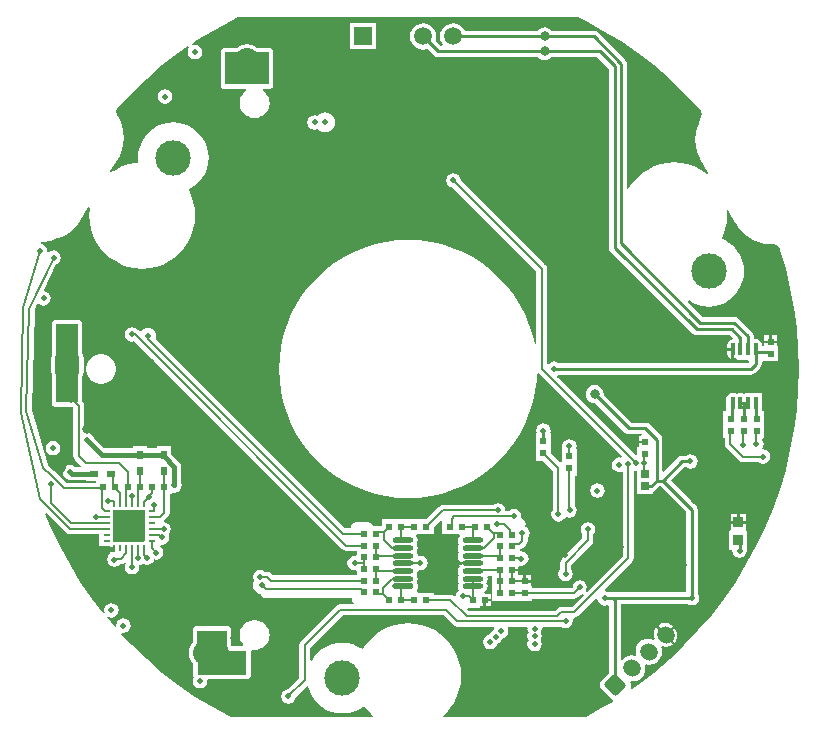
<source format=gbl>
G04*
G04 #@! TF.GenerationSoftware,Altium Limited,Altium Designer,19.1.5 (86)*
G04*
G04 Layer_Physical_Order=4*
G04 Layer_Color=16711680*
%FSLAX25Y25*%
%MOIN*%
G70*
G01*
G75*
%ADD10C,0.01000*%
%ADD22R,0.02200X0.02200*%
%ADD24R,0.02200X0.02200*%
%ADD26R,0.03000X0.02000*%
%ADD27R,0.02000X0.03000*%
%ADD85C,0.00700*%
%ADD86C,0.00800*%
%ADD90C,0.01500*%
%ADD127C,0.05906*%
%ADD128R,0.05906X0.05906*%
G04:AMPARAMS|DCode=129|XSize=55mil|YSize=60mil|CornerRadius=0mil|HoleSize=0mil|Usage=FLASHONLY|Rotation=45.000|XOffset=0mil|YOffset=0mil|HoleType=Round|Shape=Round|*
%AMOVALD129*
21,1,0.00500,0.05500,0.00000,0.00000,135.0*
1,1,0.05500,0.00177,-0.00177*
1,1,0.05500,-0.00177,0.00177*
%
%ADD129OVALD129*%

G04:AMPARAMS|DCode=130|XSize=55mil|YSize=60mil|CornerRadius=6.88mil|HoleSize=0mil|Usage=FLASHONLY|Rotation=45.000|XOffset=0mil|YOffset=0mil|HoleType=Round|Shape=RoundedRectangle|*
%AMROUNDEDRECTD130*
21,1,0.05500,0.04625,0,0,45.0*
21,1,0.04125,0.06000,0,0,45.0*
1,1,0.01375,0.03094,-0.00177*
1,1,0.01375,0.00177,-0.03094*
1,1,0.01375,-0.03094,0.00177*
1,1,0.01375,-0.00177,0.03094*
%
%ADD130ROUNDEDRECTD130*%
%ADD131C,0.11811*%
%ADD132C,0.01968*%
%ADD133C,0.03150*%
%ADD134R,0.09252X0.11700*%
%ADD135R,0.03200X0.03500*%
%ADD136O,0.12000X0.08000*%
%ADD137O,0.08000X0.12000*%
%ADD138R,0.02362X0.00984*%
%ADD139R,0.00984X0.02362*%
%ADD140O,0.00984X0.02362*%
%ADD141R,0.01600X0.04331*%
%ADD142O,0.01600X0.04331*%
%ADD143O,0.07000X0.01900*%
G04:AMPARAMS|DCode=144|XSize=19mil|YSize=70mil|CornerRadius=4.75mil|HoleSize=0mil|Usage=FLASHONLY|Rotation=90.000|XOffset=0mil|YOffset=0mil|HoleType=Round|Shape=RoundedRectangle|*
%AMROUNDEDRECTD144*
21,1,0.01900,0.06050,0,0,90.0*
21,1,0.00950,0.07000,0,0,90.0*
1,1,0.00950,0.03025,0.00475*
1,1,0.00950,0.03025,-0.00475*
1,1,0.00950,-0.03025,-0.00475*
1,1,0.00950,-0.03025,0.00475*
%
%ADD144ROUNDEDRECTD144*%
%ADD145R,0.02500X0.02500*%
%ADD146R,0.09842X0.09097*%
%ADD147R,0.16498X0.08109*%
%ADD148R,0.07235X0.26374*%
%ADD149R,0.14597X0.11007*%
G36*
X59125Y116040D02*
X65117Y112786D01*
X70931Y109224D01*
X76550Y105362D01*
X81959Y101211D01*
X87144Y96783D01*
X92090Y92090D01*
X96783Y87144D01*
X97225Y86627D01*
Y86627D01*
X97220Y86622D01*
X97640Y85992D01*
X97814Y85119D01*
X97673Y84411D01*
X97673Y84411D01*
X97673Y84411D01*
X97673Y84410D01*
X96462Y80753D01*
X96459Y80755D01*
X96429Y80682D01*
X96332Y80281D01*
X95934Y78622D01*
X95768Y76510D01*
X95934Y74398D01*
X96429Y72337D01*
X97240Y70380D01*
X97410Y70101D01*
X97429Y70040D01*
X99981Y65371D01*
X99590Y65058D01*
X99415Y65212D01*
X97491Y66498D01*
X95416Y67521D01*
X93226Y68264D01*
X90957Y68716D01*
X88648Y68867D01*
X86340Y68716D01*
X84071Y68264D01*
X81880Y67521D01*
X79805Y66498D01*
X77882Y65212D01*
X76142Y63687D01*
X74617Y61948D01*
X73437Y60182D01*
X72937Y60334D01*
Y101700D01*
X72790Y102441D01*
X72370Y103070D01*
X63170Y112270D01*
X62541Y112690D01*
X61800Y112837D01*
X47763D01*
X47622Y113022D01*
X47000Y113498D01*
X46277Y113798D01*
X45500Y113900D01*
X44723Y113798D01*
X44000Y113498D01*
X43378Y113022D01*
X43237Y112837D01*
X18909D01*
X18802Y113095D01*
X18104Y114004D01*
X17195Y114702D01*
X16136Y115141D01*
X15000Y115290D01*
X13864Y115141D01*
X12805Y114702D01*
X11896Y114004D01*
X11198Y113095D01*
X10759Y112036D01*
X10610Y110900D01*
X10759Y109764D01*
X11198Y108705D01*
X11519Y108286D01*
X11298Y107837D01*
X10802D01*
X9134Y109506D01*
X9241Y109764D01*
X9390Y110900D01*
X9241Y112036D01*
X8802Y113095D01*
X8104Y114004D01*
X7195Y114702D01*
X6136Y115141D01*
X5000Y115290D01*
X3864Y115141D01*
X2805Y114702D01*
X1896Y114004D01*
X1198Y113095D01*
X759Y112036D01*
X610Y110900D01*
X759Y109764D01*
X1198Y108705D01*
X1896Y107796D01*
X2805Y107098D01*
X3864Y106659D01*
X5000Y106510D01*
X6136Y106659D01*
X6394Y106766D01*
X8630Y104530D01*
X9259Y104110D01*
X10000Y103963D01*
X43237D01*
X43378Y103778D01*
X44000Y103302D01*
X44723Y103002D01*
X45500Y102900D01*
X46277Y103002D01*
X47000Y103302D01*
X47622Y103778D01*
X47763Y103963D01*
X63098D01*
X66963Y100098D01*
Y40500D01*
X67110Y39759D01*
X67530Y39130D01*
X94830Y11830D01*
X95459Y11410D01*
X96200Y11263D01*
X107098D01*
X108147Y10213D01*
X107962Y9691D01*
X107480Y9596D01*
X106884Y9198D01*
X106486Y8602D01*
X106347Y7900D01*
Y6935D01*
X108182D01*
Y6535D01*
X108498D01*
Y5169D01*
X108582Y4746D01*
Y3414D01*
X108884Y3474D01*
X109072Y3599D01*
X109155Y3583D01*
X109882Y3097D01*
X110741Y2926D01*
X111599Y3097D01*
X112021Y3378D01*
X112442Y3097D01*
X113300Y2926D01*
X113679Y2495D01*
X113686Y2418D01*
X113328Y2037D01*
X49992D01*
X49530Y2346D01*
X48600Y2531D01*
X47670Y2346D01*
X46881Y1819D01*
X46784Y1674D01*
X46284Y1826D01*
Y33500D01*
X46284Y33500D01*
X46148Y34183D01*
X45762Y34762D01*
X17508Y63015D01*
X17346Y63830D01*
X16819Y64619D01*
X16030Y65146D01*
X15100Y65331D01*
X14170Y65146D01*
X13381Y64619D01*
X12854Y63830D01*
X12669Y62900D01*
X12854Y61970D01*
X13381Y61181D01*
X14170Y60654D01*
X14985Y60492D01*
X42716Y32761D01*
Y8249D01*
X42216Y8194D01*
X41563Y11137D01*
X40435Y14717D01*
X38998Y18185D01*
X37265Y21515D01*
X35248Y24681D01*
X32963Y27659D01*
X30426Y30426D01*
X27659Y32963D01*
X24681Y35248D01*
X21515Y37265D01*
X18185Y38998D01*
X14717Y40435D01*
X11137Y41563D01*
X7472Y42376D01*
X3750Y42866D01*
X0Y43029D01*
X-3750Y42866D01*
X-7472Y42376D01*
X-11137Y41563D01*
X-14717Y40435D01*
X-18185Y38998D01*
X-21515Y37265D01*
X-24681Y35248D01*
X-27659Y32963D01*
X-30426Y30426D01*
X-32963Y27659D01*
X-35248Y24681D01*
X-37265Y21515D01*
X-38998Y18185D01*
X-40435Y14717D01*
X-41563Y11137D01*
X-42376Y7472D01*
X-42866Y3750D01*
X-43029Y0D01*
X-42866Y-3750D01*
X-42376Y-7472D01*
X-41563Y-11137D01*
X-40435Y-14717D01*
X-38998Y-18185D01*
X-37265Y-21515D01*
X-35248Y-24681D01*
X-32963Y-27659D01*
X-30426Y-30426D01*
X-27659Y-32963D01*
X-24681Y-35248D01*
X-21515Y-37265D01*
X-18185Y-38998D01*
X-14717Y-40435D01*
X-11137Y-41563D01*
X-7472Y-42376D01*
X-3750Y-42866D01*
X0Y-43029D01*
X3750Y-42866D01*
X7472Y-42376D01*
X11137Y-41563D01*
X14717Y-40435D01*
X18185Y-38998D01*
X21515Y-37265D01*
X24681Y-35248D01*
X27659Y-32963D01*
X30426Y-30426D01*
X32963Y-27659D01*
X35248Y-24681D01*
X37265Y-21515D01*
X38998Y-18185D01*
X40435Y-14717D01*
X41563Y-11137D01*
X42376Y-7472D01*
X42866Y-3750D01*
X42960Y-1591D01*
X43469Y-1393D01*
X71219Y-29142D01*
X70972Y-29603D01*
X70300Y-29469D01*
X69370Y-29654D01*
X68581Y-30181D01*
X68054Y-30970D01*
X67869Y-31900D01*
X68054Y-32830D01*
X68581Y-33619D01*
X69370Y-34146D01*
X70300Y-34331D01*
X71116Y-34169D01*
X71616Y-34444D01*
Y-62370D01*
X59627Y-74359D01*
X59239Y-74040D01*
X59446Y-73730D01*
X59631Y-72800D01*
X59446Y-71870D01*
X58919Y-71081D01*
X58130Y-70554D01*
X57200Y-70369D01*
X56270Y-70554D01*
X55481Y-71081D01*
X54954Y-71870D01*
X54810Y-72595D01*
X54540Y-72865D01*
X41309D01*
Y-72300D01*
X40909D01*
Y-71200D01*
X38809D01*
Y-70800D01*
X38409D01*
Y-68700D01*
X36709D01*
Y-67300D01*
X34609D01*
Y-66500D01*
X36709D01*
Y-65818D01*
X37209Y-65531D01*
X37709Y-65631D01*
X38640Y-65446D01*
X39428Y-64919D01*
X39955Y-64130D01*
X40140Y-63200D01*
X39955Y-62270D01*
X39428Y-61481D01*
X38640Y-60954D01*
X37709Y-60769D01*
X37696Y-60772D01*
X37288Y-60395D01*
X37343Y-60082D01*
X37745Y-60002D01*
X38323Y-59616D01*
X39362Y-58577D01*
X39362Y-58577D01*
X39748Y-57999D01*
X39884Y-57316D01*
Y-56421D01*
X40346Y-55730D01*
X40531Y-54800D01*
X40346Y-53870D01*
X39819Y-53081D01*
X39320Y-52747D01*
X38990Y-52341D01*
X39137Y-51600D01*
X38990Y-50859D01*
X38570Y-50230D01*
X37941Y-49810D01*
X37931Y-49808D01*
X37653Y-49392D01*
X37731Y-49000D01*
X37546Y-48070D01*
X37019Y-47281D01*
X36230Y-46754D01*
X35300Y-46569D01*
X34370Y-46754D01*
X33610Y-47262D01*
X32564D01*
X32431Y-47100D01*
X32246Y-46170D01*
X31719Y-45381D01*
X30930Y-44854D01*
X30000Y-44669D01*
X29070Y-44854D01*
X28379Y-45316D01*
X11609D01*
X10927Y-45452D01*
X10348Y-45838D01*
X10348Y-45838D01*
X6086Y-50100D01*
X-8791D01*
Y-52450D01*
X-11705D01*
X-11751Y-52217D01*
X-12138Y-51638D01*
X-12717Y-51252D01*
X-13400Y-51116D01*
X-17300D01*
X-17983Y-51252D01*
X-18562Y-51638D01*
X-18948Y-52217D01*
X-19084Y-52900D01*
X-19177Y-53013D01*
X-20885D01*
X-84032Y10134D01*
X-84023Y10156D01*
X-83925Y10900D01*
X-84023Y11644D01*
X-84311Y12337D01*
X-84767Y12933D01*
X-85363Y13389D01*
X-86056Y13677D01*
X-86800Y13775D01*
X-87544Y13677D01*
X-88237Y13389D01*
X-88833Y12933D01*
X-88993Y12724D01*
X-89657Y12680D01*
X-89838Y12862D01*
X-90086Y13027D01*
X-90281Y13319D01*
X-91070Y13846D01*
X-92000Y14031D01*
X-92930Y13846D01*
X-93719Y13319D01*
X-94246Y12530D01*
X-94431Y11600D01*
X-94246Y10670D01*
X-93719Y9881D01*
X-92930Y9354D01*
X-92000Y9169D01*
X-91326Y9303D01*
X-21939Y-60084D01*
X-21939Y-60084D01*
X-21360Y-60471D01*
X-20677Y-60607D01*
X-20677Y-60607D01*
X-17191D01*
Y-61896D01*
X-17577Y-62213D01*
X-17800Y-62169D01*
X-18730Y-62354D01*
X-19519Y-62881D01*
X-20046Y-63670D01*
X-20231Y-64600D01*
X-20046Y-65530D01*
X-19519Y-66319D01*
X-18730Y-66846D01*
X-17800Y-67031D01*
X-17577Y-66987D01*
X-17191Y-67304D01*
Y-68816D01*
X-45023D01*
X-45801Y-68038D01*
X-46380Y-67651D01*
X-47063Y-67516D01*
X-47679D01*
X-48370Y-67054D01*
X-49300Y-66869D01*
X-50230Y-67054D01*
X-51019Y-67581D01*
X-51546Y-68370D01*
X-51731Y-69300D01*
X-51546Y-70230D01*
X-51272Y-70640D01*
X-51289Y-70663D01*
X-51577Y-71356D01*
X-51675Y-72100D01*
X-51577Y-72844D01*
X-51289Y-73537D01*
X-50833Y-74133D01*
X-50237Y-74590D01*
X-49544Y-74877D01*
X-49132Y-74931D01*
X-49042Y-75383D01*
X-48655Y-75962D01*
X-48076Y-76349D01*
X-47394Y-76484D01*
X-18784D01*
Y-76500D01*
X-18649Y-77183D01*
X-18262Y-77762D01*
X-18107Y-77865D01*
X-18259Y-78365D01*
X-22600D01*
X-23302Y-78504D01*
X-23898Y-78902D01*
X-35786Y-90790D01*
X-36184Y-91386D01*
X-36323Y-92088D01*
Y-102928D01*
X-40105Y-106710D01*
X-40830Y-106854D01*
X-41619Y-107381D01*
X-42146Y-108170D01*
X-42331Y-109100D01*
X-42146Y-110030D01*
X-41619Y-110819D01*
X-40830Y-111346D01*
X-39900Y-111531D01*
X-38970Y-111346D01*
X-38181Y-110819D01*
X-37654Y-110030D01*
X-37510Y-109305D01*
X-33801Y-105596D01*
X-33320Y-105732D01*
X-33099Y-106653D01*
X-32391Y-108361D01*
X-31425Y-109937D01*
X-30225Y-111343D01*
X-28820Y-112543D01*
X-27244Y-113509D01*
X-25536Y-114216D01*
X-23739Y-114647D01*
X-21896Y-114792D01*
X-20054Y-114647D01*
X-18256Y-114216D01*
X-16549Y-113509D01*
X-14973Y-112543D01*
X-14909Y-112488D01*
X-14413Y-112557D01*
X-14031Y-113129D01*
X-12506Y-114868D01*
X-11722Y-115556D01*
Y-116148D01*
X-58897D01*
X-59125Y-116040D01*
X-65117Y-112786D01*
X-70931Y-109224D01*
X-76550Y-105362D01*
X-81959Y-101211D01*
X-87144Y-96783D01*
X-92090Y-92090D01*
X-95704Y-88281D01*
X-95451Y-87821D01*
X-94900Y-87931D01*
X-93970Y-87746D01*
X-93181Y-87219D01*
X-92654Y-86430D01*
X-92469Y-85500D01*
X-92654Y-84570D01*
X-93181Y-83781D01*
X-93970Y-83254D01*
X-94900Y-83069D01*
X-95830Y-83254D01*
X-96619Y-83781D01*
X-97146Y-84570D01*
X-97331Y-85500D01*
X-97271Y-85803D01*
X-97736Y-86028D01*
X-100484Y-82810D01*
X-100149Y-82433D01*
X-99830Y-82646D01*
X-98900Y-82831D01*
X-97970Y-82646D01*
X-97181Y-82119D01*
X-96654Y-81330D01*
X-96469Y-80400D01*
X-96654Y-79470D01*
X-97181Y-78681D01*
X-97970Y-78154D01*
X-98900Y-77969D01*
X-99830Y-78154D01*
X-100619Y-78681D01*
X-101146Y-79470D01*
X-101331Y-80400D01*
X-101175Y-81185D01*
X-101642Y-81397D01*
X-105362Y-76550D01*
X-109224Y-70931D01*
X-112786Y-65117D01*
X-116040Y-59125D01*
X-118975Y-52971D01*
X-120905Y-48312D01*
X-120489Y-48034D01*
X-113977Y-54546D01*
X-113977Y-54546D01*
X-113399Y-54933D01*
X-112716Y-55068D01*
X-103061D01*
Y-59113D01*
X-99413D01*
Y-59380D01*
X-97921D01*
Y-60180D01*
X-99413D01*
Y-61644D01*
X-99619Y-61781D01*
X-100146Y-62570D01*
X-100331Y-63500D01*
X-100146Y-64430D01*
X-99619Y-65219D01*
X-98830Y-65746D01*
X-97900Y-65931D01*
X-96970Y-65746D01*
X-96181Y-65219D01*
X-96114Y-65119D01*
X-95866D01*
X-95183Y-64983D01*
X-94604Y-64597D01*
X-94432Y-64425D01*
X-94044Y-64743D01*
X-94262Y-65070D01*
X-94447Y-66000D01*
X-94262Y-66930D01*
X-93735Y-67719D01*
X-92946Y-68246D01*
X-92016Y-68431D01*
X-91085Y-68246D01*
X-90297Y-67719D01*
X-89770Y-66930D01*
X-89585Y-66000D01*
X-89690Y-65469D01*
X-89070Y-65346D01*
X-88400Y-64899D01*
X-88030Y-65146D01*
X-87100Y-65331D01*
X-86170Y-65146D01*
X-85381Y-64619D01*
X-84854Y-63830D01*
X-84777Y-63440D01*
X-83989Y-63597D01*
X-83058Y-63412D01*
X-82270Y-62885D01*
X-81743Y-62097D01*
X-81558Y-61166D01*
X-81743Y-60236D01*
X-82270Y-59447D01*
X-82691Y-59166D01*
X-82701Y-58897D01*
X-82238Y-58504D01*
X-82100Y-58531D01*
X-81170Y-58346D01*
X-80381Y-57819D01*
X-79854Y-57030D01*
X-79669Y-56100D01*
X-79854Y-55170D01*
X-79855Y-55168D01*
X-79781Y-55119D01*
X-79254Y-54330D01*
X-79069Y-53400D01*
X-79254Y-52470D01*
X-79781Y-51681D01*
X-80570Y-51154D01*
X-81235Y-51022D01*
X-81299Y-50928D01*
X-81387Y-50482D01*
X-80038Y-49133D01*
X-80038Y-49133D01*
X-79651Y-48554D01*
X-79516Y-47871D01*
Y-41800D01*
X-78800D01*
Y-41446D01*
X-78413Y-41129D01*
X-77900Y-41231D01*
X-76970Y-41046D01*
X-76181Y-40519D01*
X-75654Y-39730D01*
X-75469Y-38800D01*
X-75654Y-37870D01*
X-75708Y-37789D01*
Y-32500D01*
X-75875Y-31661D01*
X-76350Y-30950D01*
X-79000Y-28300D01*
Y-25600D01*
X-83800D01*
Y-26308D01*
X-87000D01*
Y-25600D01*
X-91800D01*
Y-26308D01*
X-101292D01*
X-104735Y-22865D01*
X-104754Y-22770D01*
X-105281Y-21981D01*
X-106070Y-21454D01*
X-107000Y-21269D01*
X-107562Y-21381D01*
X-108062Y-20987D01*
Y-12154D01*
X-108198Y-11471D01*
X-108585Y-10892D01*
X-108585Y-10892D01*
X-108638Y-10839D01*
Y-2831D01*
X-108339Y-2110D01*
X-108153Y-700D01*
Y3300D01*
X-108339Y4710D01*
X-108638Y5431D01*
Y15074D01*
X-108746Y15620D01*
X-109056Y16083D01*
X-109519Y16392D01*
X-110065Y16501D01*
X-117300D01*
X-117846Y16392D01*
X-118309Y16083D01*
X-118619Y15620D01*
X-118727Y15074D01*
Y5032D01*
X-118861Y4710D01*
X-119047Y3300D01*
Y-700D01*
X-118861Y-2110D01*
X-118727Y-2432D01*
Y-11300D01*
X-118619Y-11846D01*
X-118309Y-12309D01*
X-117846Y-12619D01*
X-117300Y-12727D01*
X-111796D01*
X-111631Y-12893D01*
Y-28954D01*
X-111495Y-29636D01*
X-111108Y-30215D01*
X-109157Y-32166D01*
X-109364Y-32666D01*
X-110976D01*
X-110997Y-32635D01*
X-111785Y-32108D01*
X-112716Y-31923D01*
X-113646Y-32108D01*
X-114435Y-32635D01*
X-114962Y-33423D01*
X-115147Y-34354D01*
X-114962Y-35284D01*
X-114435Y-36073D01*
X-113646Y-36599D01*
X-113222Y-36684D01*
X-112923Y-36884D01*
X-112084Y-37051D01*
X-107457D01*
Y-37258D01*
X-104100D01*
Y-37916D01*
X-113961D01*
X-117838Y-34038D01*
X-117870Y-34017D01*
X-117892Y-33987D01*
X-120031Y-32019D01*
X-125508Y-13665D01*
X-124528Y19574D01*
X-123574Y21587D01*
X-122966Y21703D01*
X-122413Y21334D01*
X-121482Y21149D01*
X-120552Y21334D01*
X-119763Y21861D01*
X-119236Y22649D01*
X-119051Y23580D01*
X-119236Y24510D01*
X-119763Y25299D01*
X-120552Y25826D01*
X-121080Y25931D01*
X-121305Y26377D01*
X-117292Y34850D01*
X-117270Y34854D01*
X-116481Y35381D01*
X-115954Y36170D01*
X-115769Y37100D01*
X-115954Y38030D01*
X-116481Y38819D01*
X-117270Y39346D01*
X-118200Y39531D01*
X-119130Y39346D01*
X-119845Y38868D01*
X-120125Y38978D01*
X-120306Y39116D01*
X-120269Y39300D01*
X-120454Y40230D01*
X-120981Y41019D01*
X-121770Y41546D01*
X-122376Y41666D01*
X-122481Y42197D01*
X-122411Y42244D01*
X-121935Y42365D01*
D01*
X-121456Y42482D01*
X-118165Y43162D01*
X-118022Y43222D01*
X-116722Y43534D01*
X-114765Y44345D01*
X-112958Y45452D01*
X-111347Y46828D01*
X-109971Y48439D01*
X-109485Y49233D01*
X-109371Y49356D01*
X-106603Y53900D01*
X-106137Y53719D01*
X-106183Y53490D01*
X-106334Y51181D01*
X-106183Y48873D01*
X-105731Y46604D01*
X-104988Y44413D01*
X-103965Y42338D01*
X-102679Y40415D01*
X-101154Y38675D01*
X-99415Y37150D01*
X-97491Y35865D01*
X-95416Y34841D01*
X-93226Y34098D01*
X-90957Y33647D01*
X-88648Y33495D01*
X-86340Y33647D01*
X-84071Y34098D01*
X-81880Y34841D01*
X-79805Y35865D01*
X-77882Y37150D01*
X-76142Y38675D01*
X-74617Y40415D01*
X-73332Y42338D01*
X-72309Y44413D01*
X-71565Y46604D01*
X-71114Y48873D01*
X-70962Y51181D01*
X-71114Y53490D01*
X-71565Y55759D01*
X-72309Y57949D01*
X-73086Y59525D01*
X-72917Y59974D01*
X-71341Y60940D01*
X-69935Y62141D01*
X-68735Y63546D01*
X-67769Y65122D01*
X-67062Y66830D01*
X-66630Y68627D01*
X-66485Y70469D01*
X-66630Y72312D01*
X-67062Y74109D01*
X-67769Y75817D01*
X-68735Y77393D01*
X-69935Y78798D01*
X-71341Y79999D01*
X-72917Y80964D01*
X-74624Y81672D01*
X-76422Y82103D01*
X-78264Y82248D01*
X-80107Y82103D01*
X-81904Y81672D01*
X-83612Y80964D01*
X-85188Y79999D01*
X-86593Y78798D01*
X-87794Y77393D01*
X-88759Y75817D01*
X-89467Y74109D01*
X-89898Y72312D01*
X-90043Y70469D01*
X-89938Y69139D01*
X-90266Y68761D01*
X-90957Y68716D01*
X-93226Y68264D01*
X-95416Y67521D01*
X-97491Y66497D01*
X-98929Y65537D01*
X-99299Y65891D01*
X-96704Y70150D01*
X-96648Y70303D01*
X-96197Y71040D01*
X-95386Y72997D01*
X-94891Y75058D01*
X-94725Y77170D01*
X-94891Y79282D01*
X-95386Y81342D01*
X-96197Y83300D01*
X-96502Y83798D01*
X-96542Y83917D01*
X-96688Y84170D01*
X-96927Y84609D01*
X-97131Y85048D01*
X-97267Y85730D01*
X-97093Y86603D01*
X-96664Y87245D01*
X-96332Y87619D01*
X-92090Y92090D01*
X-87144Y96783D01*
X-81959Y101211D01*
X-76550Y105362D01*
X-73304Y107592D01*
X-72942Y107235D01*
X-73346Y106630D01*
X-73531Y105700D01*
X-73346Y104770D01*
X-72819Y103981D01*
X-72030Y103454D01*
X-71100Y103269D01*
X-70170Y103454D01*
X-69381Y103981D01*
X-68854Y104770D01*
X-68669Y105700D01*
X-68854Y106630D01*
X-69381Y107419D01*
X-70170Y107946D01*
X-71100Y108131D01*
X-71857Y107980D01*
X-72056Y108451D01*
X-70931Y109224D01*
X-65117Y112786D01*
X-59125Y116040D01*
X-56660Y117215D01*
X56660D01*
X59125Y116040D01*
D02*
G37*
G36*
X109104Y48673D02*
X109173Y48591D01*
X110021Y47206D01*
X111397Y45595D01*
X113008Y44219D01*
X114815Y43112D01*
X116772Y42301D01*
X118833Y41807D01*
X120945Y41640D01*
Y41640D01*
X121253Y41688D01*
X121737Y41650D01*
X121737D01*
X122207Y41582D01*
X122610Y41502D01*
X123350Y41008D01*
X123844Y40268D01*
X123880Y40088D01*
X124046Y39617D01*
X125797Y33707D01*
X127389Y27077D01*
X128631Y20373D01*
X129521Y13613D01*
X130056Y6816D01*
X130234Y0D01*
X130056Y-6816D01*
X129521Y-13613D01*
X128631Y-20373D01*
X127389Y-27077D01*
X125797Y-33707D01*
X123860Y-40245D01*
X121584Y-46672D01*
X118975Y-52971D01*
X116040Y-59125D01*
X112786Y-65117D01*
X109224Y-70931D01*
X105362Y-76550D01*
X101211Y-81959D01*
X96783Y-87144D01*
X92090Y-92090D01*
X87144Y-96783D01*
X81959Y-101211D01*
X76550Y-105362D01*
X74463Y-106796D01*
X74101Y-106438D01*
X74172Y-106332D01*
X74334Y-105518D01*
X74172Y-104703D01*
X74059Y-104535D01*
X74349Y-104069D01*
X74856Y-104136D01*
X75940Y-103993D01*
X76949Y-103575D01*
X77816Y-102910D01*
X78481Y-102043D01*
X78899Y-101033D01*
X79042Y-99950D01*
X78899Y-98867D01*
X78838Y-98717D01*
X79191Y-98364D01*
X79341Y-98426D01*
X80424Y-98568D01*
X81507Y-98426D01*
X82517Y-98007D01*
X83384Y-97342D01*
X84049Y-96475D01*
X84467Y-95466D01*
X84610Y-94382D01*
X84467Y-93299D01*
X84209Y-92676D01*
X84592Y-92294D01*
X85013Y-92468D01*
X85992Y-92597D01*
X86971Y-92468D01*
X87883Y-92090D01*
X88346Y-91735D01*
X85532Y-88921D01*
X82718Y-86106D01*
X82363Y-86570D01*
X81985Y-87482D01*
X81856Y-88461D01*
X81985Y-89440D01*
X82159Y-89861D01*
X81776Y-90243D01*
X81154Y-89986D01*
X80071Y-89843D01*
X78987Y-89986D01*
X77978Y-90404D01*
X77111Y-91069D01*
X76446Y-91936D01*
X76027Y-92945D01*
X75885Y-94029D01*
X76027Y-95112D01*
X76089Y-95262D01*
X75736Y-95615D01*
X75586Y-95553D01*
X74503Y-95411D01*
X73419Y-95553D01*
X72410Y-95972D01*
X71543Y-96637D01*
X71372Y-96859D01*
X70872Y-96689D01*
Y-78292D01*
X93290D01*
X93670Y-78546D01*
X94600Y-78731D01*
X95530Y-78546D01*
X96319Y-78019D01*
X96846Y-77230D01*
X97031Y-76300D01*
X96846Y-75370D01*
X96537Y-74908D01*
Y-46833D01*
X96390Y-46092D01*
X95970Y-45463D01*
X87674Y-37168D01*
X92105Y-32737D01*
X92708D01*
X93170Y-33046D01*
X94100Y-33231D01*
X95030Y-33046D01*
X95819Y-32519D01*
X96346Y-31730D01*
X96531Y-30800D01*
X96346Y-29870D01*
X95819Y-29081D01*
X95030Y-28554D01*
X94100Y-28369D01*
X93170Y-28554D01*
X92708Y-28863D01*
X91302D01*
X90561Y-29010D01*
X89933Y-29430D01*
X85206Y-34157D01*
X84743Y-33966D01*
Y-23487D01*
X84596Y-22745D01*
X84176Y-22117D01*
X80479Y-18420D01*
X79851Y-18000D01*
X79110Y-17853D01*
X74480D01*
X65190Y-8562D01*
X65220Y-8331D01*
X65118Y-7555D01*
X64818Y-6831D01*
X64341Y-6210D01*
X63720Y-5733D01*
X62996Y-5433D01*
X62220Y-5331D01*
X61443Y-5433D01*
X60720Y-5733D01*
X60098Y-6210D01*
X59621Y-6831D01*
X59321Y-7555D01*
X59219Y-8331D01*
X59321Y-9108D01*
X59621Y-9832D01*
X60098Y-10453D01*
X60720Y-10930D01*
X61443Y-11230D01*
X62220Y-11332D01*
X62450Y-11302D01*
X72308Y-21160D01*
X72937Y-21579D01*
X73678Y-21727D01*
X77923D01*
X77972Y-21800D01*
X77704Y-22300D01*
X76800D01*
Y-24000D01*
X78900D01*
Y-24800D01*
X76800D01*
Y-25900D01*
X76400D01*
Y-28570D01*
X75900Y-28777D01*
X49705Y-2582D01*
X49798Y-1967D01*
X49992Y-1837D01*
X114200D01*
X114941Y-1690D01*
X115570Y-1270D01*
X117270Y430D01*
X117690Y1059D01*
X117837Y1800D01*
Y2510D01*
X118300Y2600D01*
Y2600D01*
X123300D01*
Y7600D01*
X122900D01*
Y8700D01*
X120800D01*
X118700D01*
Y7637D01*
X118102D01*
Y7900D01*
X117931Y8758D01*
X117445Y9486D01*
X116718Y9972D01*
X115859Y10143D01*
X115624Y10096D01*
X115237Y10413D01*
Y10900D01*
X115090Y11641D01*
X114670Y12270D01*
X110070Y16870D01*
X109441Y17290D01*
X108700Y17437D01*
X98202D01*
X93170Y22469D01*
X93482Y22865D01*
X94813Y22049D01*
X96521Y21342D01*
X98318Y20910D01*
X100161Y20765D01*
X102003Y20910D01*
X103800Y21342D01*
X105508Y22049D01*
X107084Y23015D01*
X108489Y24215D01*
X109690Y25621D01*
X110655Y27197D01*
X111363Y28904D01*
X111794Y30702D01*
X111939Y32544D01*
X111794Y34387D01*
X111363Y36184D01*
X110655Y37892D01*
X109690Y39467D01*
X108489Y40873D01*
X107084Y42073D01*
X105508Y43039D01*
X104851Y43311D01*
X104675Y43779D01*
X104988Y44413D01*
X105731Y46604D01*
X106183Y48873D01*
X106334Y51181D01*
X106221Y52907D01*
X106713Y53049D01*
X109104Y48673D01*
D02*
G37*
G36*
X-87685Y-56885D02*
X-88415Y-57615D01*
X-98315Y-57615D01*
Y-46985D01*
X-87685D01*
X-87685Y-56885D01*
D02*
G37*
G36*
X11309Y-50630D02*
Y-55000D01*
X17075D01*
X17217Y-55500D01*
X16746Y-56206D01*
X16563Y-57123D01*
X16746Y-58040D01*
X16988Y-58402D01*
X16746Y-58765D01*
X16563Y-59682D01*
X16746Y-60599D01*
X16988Y-60961D01*
X16746Y-61324D01*
X16563Y-62241D01*
X16746Y-63158D01*
X17229Y-63880D01*
X17123Y-64039D01*
X17051Y-64400D01*
X17961D01*
X18042Y-64455D01*
X18959Y-64637D01*
X21509D01*
Y-64963D01*
X18959D01*
X18042Y-65145D01*
X17960Y-65200D01*
X17051D01*
X17123Y-65561D01*
X17229Y-65720D01*
X16746Y-66442D01*
X16563Y-67359D01*
X16746Y-68276D01*
X16988Y-68639D01*
X16746Y-69001D01*
X16563Y-69918D01*
X16746Y-70835D01*
X16988Y-71198D01*
X16746Y-71560D01*
X16563Y-72477D01*
X16746Y-73394D01*
X16935Y-73678D01*
X16481Y-73981D01*
X15954Y-74770D01*
X15814Y-75473D01*
X15598Y-75603D01*
X15295Y-75687D01*
X14793Y-75352D01*
X14110Y-75216D01*
X8609D01*
Y-74500D01*
X3157D01*
X2889Y-74000D01*
X3101Y-73684D01*
X3246Y-72952D01*
Y-72002D01*
X3101Y-71271D01*
X2941Y-71032D01*
X3073Y-70835D01*
X3255Y-69918D01*
X3073Y-69001D01*
X2831Y-68639D01*
X3073Y-68276D01*
X3236Y-67458D01*
X3376Y-67273D01*
X3702Y-67041D01*
X4109Y-67122D01*
X5040Y-66937D01*
X5828Y-66410D01*
X6355Y-65621D01*
X6540Y-64691D01*
X6355Y-63761D01*
X5828Y-62972D01*
X5040Y-62445D01*
X4109Y-62260D01*
X3707Y-62340D01*
X3194Y-61932D01*
X3073Y-61324D01*
X2831Y-60961D01*
X3073Y-60599D01*
X3255Y-59682D01*
X3073Y-58765D01*
X2831Y-58402D01*
X3073Y-58040D01*
X3255Y-57123D01*
X3073Y-56206D01*
X2668Y-55600D01*
X2893Y-55100D01*
X8609D01*
Y-52623D01*
X10809Y-50423D01*
X11309Y-50630D01*
D02*
G37*
G36*
X76000Y-33831D02*
X76219Y-34011D01*
Y-37568D01*
Y-41768D01*
X81519D01*
Y-40924D01*
X81597Y-40908D01*
X82226Y-40488D01*
X83609Y-39105D01*
X84132D01*
X92663Y-47635D01*
Y-74418D01*
X66794D01*
X66414Y-74164D01*
X65715Y-74025D01*
X65536Y-73497D01*
X74662Y-64371D01*
X74662Y-64371D01*
X75049Y-63792D01*
X75184Y-63109D01*
X75184Y-63109D01*
Y-34063D01*
X75571Y-33746D01*
X76000Y-33831D01*
D02*
G37*
G36*
X28109Y-73300D02*
Y-77200D01*
X36309D01*
Y-77300D01*
X41309D01*
Y-76535D01*
X55300D01*
X56002Y-76396D01*
X56598Y-75998D01*
X57405Y-75190D01*
X58130Y-75046D01*
X58440Y-74839D01*
X58759Y-75227D01*
X54670Y-79316D01*
X50988D01*
X50988Y-79316D01*
X50305Y-79452D01*
X49727Y-79838D01*
X49727Y-79838D01*
X48949Y-80616D01*
X20249D01*
X19596Y-79962D01*
X19787Y-79500D01*
X24009D01*
Y-79100D01*
X25109D01*
Y-77000D01*
X25509D01*
Y-76600D01*
X27609D01*
Y-74900D01*
X25563D01*
X25412Y-74400D01*
X25754Y-74171D01*
X26273Y-73394D01*
X26456Y-72477D01*
X26273Y-71560D01*
X26031Y-71198D01*
X26273Y-70835D01*
X26456Y-69918D01*
X26369Y-69484D01*
X26779Y-68984D01*
X28109D01*
Y-73300D01*
D02*
G37*
G36*
X63099Y-76641D02*
X63238Y-77340D01*
X63765Y-78128D01*
X64553Y-78655D01*
X65483Y-78840D01*
X66414Y-78655D01*
X66498Y-78599D01*
X66998Y-78866D01*
Y-101175D01*
X64513Y-103659D01*
X64052Y-104350D01*
X63890Y-105164D01*
X64052Y-105979D01*
X64513Y-106669D01*
X67783Y-109940D01*
X68272Y-110266D01*
X68298Y-110837D01*
X65117Y-112786D01*
X59125Y-116040D01*
X58897Y-116148D01*
X11722D01*
Y-115556D01*
X12506Y-114868D01*
X14031Y-113129D01*
X15316Y-111205D01*
X16340Y-109130D01*
X17083Y-106940D01*
X17535Y-104671D01*
X17686Y-102362D01*
X17535Y-100054D01*
X17083Y-97785D01*
X16340Y-95594D01*
X15316Y-93519D01*
X14031Y-91596D01*
X12506Y-89856D01*
X10767Y-88331D01*
X8843Y-87046D01*
X6768Y-86023D01*
X4578Y-85279D01*
X2308Y-84828D01*
X0Y-84676D01*
X-2308Y-84828D01*
X-4578Y-85279D01*
X-6768Y-86023D01*
X-8843Y-87046D01*
X-10767Y-88331D01*
X-12506Y-89856D01*
X-14031Y-91596D01*
X-15200Y-93345D01*
X-16549Y-92519D01*
X-18256Y-91811D01*
X-20054Y-91380D01*
X-21896Y-91235D01*
X-23739Y-91380D01*
X-25536Y-91811D01*
X-27244Y-92519D01*
X-28820Y-93484D01*
X-30225Y-94685D01*
X-31425Y-96090D01*
X-32153Y-97277D01*
X-32653Y-97136D01*
Y-92848D01*
X-21840Y-82035D01*
X11789D01*
X15052Y-85298D01*
X15647Y-85696D01*
X16349Y-85835D01*
X28648D01*
X28883Y-86276D01*
X28754Y-86470D01*
X28671Y-86887D01*
X28253Y-86970D01*
X27465Y-87497D01*
X26938Y-88286D01*
X26855Y-88703D01*
X26437Y-88787D01*
X25649Y-89314D01*
X25122Y-90102D01*
X24937Y-91032D01*
X25122Y-91963D01*
X25649Y-92751D01*
X26437Y-93278D01*
X27368Y-93463D01*
X28298Y-93278D01*
X29087Y-92751D01*
X29614Y-91963D01*
X29697Y-91545D01*
X30114Y-91462D01*
X30903Y-90935D01*
X31430Y-90146D01*
X31513Y-89729D01*
X31930Y-89646D01*
X32719Y-89119D01*
X33246Y-88330D01*
X33431Y-87400D01*
X33246Y-86470D01*
X33117Y-86276D01*
X33352Y-85835D01*
X39507D01*
X39824Y-86222D01*
X39769Y-86500D01*
X39954Y-87430D01*
X40191Y-87784D01*
X39954Y-88138D01*
X39769Y-89069D01*
X39954Y-89999D01*
X40191Y-90353D01*
X39954Y-90707D01*
X39769Y-91637D01*
X39954Y-92567D01*
X40481Y-93356D01*
X41270Y-93883D01*
X42200Y-94068D01*
X43130Y-93883D01*
X43919Y-93356D01*
X44446Y-92567D01*
X44631Y-91637D01*
X44446Y-90707D01*
X44209Y-90353D01*
X44446Y-89999D01*
X44631Y-89069D01*
X44446Y-88138D01*
X44209Y-87784D01*
X44446Y-87430D01*
X44631Y-86500D01*
X44576Y-86222D01*
X44893Y-85835D01*
X50955D01*
X51570Y-86246D01*
X52500Y-86431D01*
X53430Y-86246D01*
X54219Y-85719D01*
X54746Y-84930D01*
X54931Y-84000D01*
X54808Y-83384D01*
X55178Y-82884D01*
X55409D01*
X56092Y-82749D01*
X56671Y-82362D01*
X62571Y-76462D01*
X63099Y-76641D01*
D02*
G37*
%LPC*%
G36*
X-4600Y114834D02*
Y111300D01*
X-1066D01*
X-1149Y111932D01*
X-1547Y112893D01*
X-2181Y113719D01*
X-3007Y114353D01*
X-3968Y114751D01*
X-4600Y114834D01*
D02*
G37*
G36*
X-5400D02*
X-6032Y114751D01*
X-6993Y114353D01*
X-7819Y113719D01*
X-8453Y112893D01*
X-8851Y111932D01*
X-8934Y111300D01*
X-5400D01*
Y114834D01*
D02*
G37*
G36*
X-1066Y110500D02*
X-4600D01*
Y106966D01*
X-3968Y107049D01*
X-3007Y107447D01*
X-2181Y108081D01*
X-1547Y108907D01*
X-1149Y109868D01*
X-1066Y110500D01*
D02*
G37*
G36*
X-5400D02*
X-8934D01*
X-8851Y109868D01*
X-8453Y108907D01*
X-7819Y108081D01*
X-6993Y107447D01*
X-6032Y107049D01*
X-5400Y106966D01*
Y110500D01*
D02*
G37*
G36*
X-10647Y115253D02*
X-19353D01*
Y106547D01*
X-10647D01*
Y115253D01*
D02*
G37*
G36*
X-81000Y93231D02*
X-81930Y93046D01*
X-82719Y92519D01*
X-83246Y91730D01*
X-83431Y90800D01*
X-83246Y89870D01*
X-82719Y89081D01*
X-81930Y88554D01*
X-81000Y88369D01*
X-80070Y88554D01*
X-79281Y89081D01*
X-78754Y89870D01*
X-78569Y90800D01*
X-78754Y91730D01*
X-79281Y92519D01*
X-80070Y93046D01*
X-81000Y93231D01*
D02*
G37*
G36*
X-27700Y85541D02*
X-28565Y85427D01*
X-29371Y85094D01*
X-30063Y84563D01*
X-30192Y84394D01*
X-30270Y84446D01*
X-31200Y84631D01*
X-32130Y84446D01*
X-32919Y83919D01*
X-33446Y83130D01*
X-33631Y82200D01*
X-33446Y81270D01*
X-32919Y80481D01*
X-32130Y79954D01*
X-31200Y79769D01*
X-30270Y79954D01*
X-30192Y80006D01*
X-30063Y79837D01*
X-29371Y79306D01*
X-28565Y78973D01*
X-27700Y78859D01*
X-26835Y78973D01*
X-26029Y79306D01*
X-25337Y79837D01*
X-24806Y80529D01*
X-24473Y81335D01*
X-24359Y82200D01*
X-24473Y83065D01*
X-24806Y83871D01*
X-25337Y84563D01*
X-26029Y85094D01*
X-26835Y85427D01*
X-27700Y85541D01*
D02*
G37*
G36*
X-53700Y108347D02*
X-55110Y108161D01*
X-56423Y107617D01*
X-57061Y107127D01*
X-61100D01*
X-61646Y107019D01*
X-62109Y106709D01*
X-62419Y106246D01*
X-62527Y105700D01*
Y94693D01*
X-62419Y94147D01*
X-62109Y93684D01*
X-61646Y93374D01*
X-61100Y93265D01*
X-54118D01*
X-53966Y92765D01*
X-54233Y92587D01*
X-54332Y92488D01*
X-54449Y92410D01*
X-54943Y91916D01*
X-55021Y91799D01*
X-55120Y91700D01*
X-55508Y91120D01*
X-55562Y90990D01*
X-55640Y90873D01*
X-55907Y90228D01*
X-55935Y90090D01*
X-55988Y89960D01*
X-56124Y89276D01*
Y89135D01*
X-56152Y88997D01*
Y88299D01*
X-56124Y88161D01*
Y88021D01*
X-55988Y87336D01*
X-55935Y87206D01*
X-55907Y87068D01*
X-55640Y86424D01*
X-55562Y86307D01*
X-55508Y86177D01*
X-55120Y85597D01*
X-55021Y85497D01*
X-54943Y85380D01*
X-54449Y84887D01*
X-54332Y84808D01*
X-54233Y84709D01*
X-53653Y84321D01*
X-53523Y84268D01*
X-53406Y84189D01*
X-52761Y83922D01*
X-52623Y83895D01*
X-52493Y83841D01*
X-51809Y83705D01*
X-51668D01*
X-51530Y83678D01*
X-50832D01*
X-50694Y83705D01*
X-50554D01*
X-49869Y83841D01*
X-49739Y83895D01*
X-49601Y83922D01*
X-48957Y84189D01*
X-48840Y84268D01*
X-48710Y84321D01*
X-48129Y84709D01*
X-48030Y84809D01*
X-47913Y84887D01*
X-47420Y85380D01*
X-47341Y85497D01*
X-47242Y85597D01*
X-46854Y86177D01*
X-46800Y86307D01*
X-46722Y86424D01*
X-46455Y87068D01*
X-46428Y87206D01*
X-46374Y87336D01*
X-46238Y88021D01*
Y88161D01*
X-46210Y88299D01*
Y88997D01*
X-46238Y89135D01*
Y89276D01*
X-46374Y89960D01*
X-46428Y90090D01*
X-46455Y90228D01*
X-46722Y90873D01*
X-46800Y90990D01*
X-46854Y91120D01*
X-47242Y91700D01*
X-47341Y91799D01*
X-47420Y91916D01*
X-47913Y92410D01*
X-48030Y92488D01*
X-48129Y92587D01*
X-48396Y92765D01*
X-48244Y93265D01*
X-46503D01*
X-45957Y93374D01*
X-45494Y93684D01*
X-45184Y94147D01*
X-45076Y94693D01*
Y105700D01*
X-45184Y106246D01*
X-45494Y106709D01*
X-45957Y107019D01*
X-46503Y107127D01*
X-50339D01*
X-50977Y107617D01*
X-52290Y108161D01*
X-53700Y108347D01*
D02*
G37*
G36*
X107782Y6135D02*
X106347D01*
Y5169D01*
X106486Y4467D01*
X106884Y3872D01*
X107480Y3474D01*
X107782Y3414D01*
Y6135D01*
D02*
G37*
G36*
X-102013Y4971D02*
X-102711D01*
X-102849Y4943D01*
X-102990D01*
X-103674Y4807D01*
X-103804Y4753D01*
X-103942Y4726D01*
X-104587Y4459D01*
X-104704Y4381D01*
X-104834Y4327D01*
X-105414Y3939D01*
X-105513Y3840D01*
X-105630Y3762D01*
X-106124Y3268D01*
X-106202Y3151D01*
X-106301Y3052D01*
X-106689Y2471D01*
X-106743Y2341D01*
X-106821Y2225D01*
X-107088Y1580D01*
X-107116Y1442D01*
X-107169Y1312D01*
X-107306Y627D01*
Y487D01*
X-107333Y349D01*
Y-349D01*
X-107306Y-487D01*
Y-627D01*
X-107169Y-1312D01*
X-107116Y-1442D01*
X-107088Y-1580D01*
X-106821Y-2225D01*
X-106743Y-2342D01*
X-106689Y-2471D01*
X-106301Y-3052D01*
X-106202Y-3151D01*
X-106124Y-3268D01*
X-105630Y-3762D01*
X-105513Y-3840D01*
X-105414Y-3939D01*
X-104834Y-4327D01*
X-104704Y-4381D01*
X-104587Y-4459D01*
X-103942Y-4726D01*
X-103804Y-4753D01*
X-103674Y-4807D01*
X-102990Y-4943D01*
X-102849D01*
X-102711Y-4971D01*
X-102013D01*
X-101875Y-4943D01*
X-101735D01*
X-101050Y-4807D01*
X-100920Y-4753D01*
X-100782Y-4726D01*
X-100138Y-4459D01*
X-100021Y-4381D01*
X-99891Y-4327D01*
X-99310Y-3939D01*
X-99211Y-3840D01*
X-99094Y-3762D01*
X-98601Y-3268D01*
X-98523Y-3151D01*
X-98423Y-3052D01*
X-98035Y-2471D01*
X-97982Y-2341D01*
X-97903Y-2225D01*
X-97636Y-1580D01*
X-97609Y-1442D01*
X-97555Y-1312D01*
X-97419Y-628D01*
Y-487D01*
X-97391Y-349D01*
Y349D01*
X-97419Y487D01*
Y628D01*
X-97555Y1312D01*
X-97609Y1442D01*
X-97636Y1580D01*
X-97903Y2225D01*
X-97982Y2341D01*
X-98035Y2471D01*
X-98423Y3052D01*
X-98523Y3151D01*
X-98601Y3268D01*
X-99094Y3762D01*
X-99211Y3840D01*
X-99310Y3939D01*
X-99891Y4327D01*
X-100021Y4381D01*
X-100138Y4459D01*
X-100782Y4726D01*
X-100920Y4753D01*
X-101050Y4807D01*
X-101735Y4943D01*
X-101875D01*
X-102013Y4971D01*
D02*
G37*
G36*
X45100Y-18069D02*
X44170Y-18254D01*
X43381Y-18781D01*
X42854Y-19570D01*
X42669Y-20500D01*
X42788Y-21100D01*
X42600Y-21600D01*
X42600D01*
Y-26600D01*
Y-30600D01*
X45005D01*
X48243Y-33839D01*
Y-46843D01*
X47833Y-47458D01*
X47648Y-48388D01*
X47833Y-49319D01*
X48360Y-50107D01*
X49148Y-50634D01*
X50079Y-50819D01*
X51009Y-50634D01*
X51797Y-50107D01*
X52202Y-49501D01*
X52799Y-49299D01*
X52870Y-49346D01*
X53800Y-49531D01*
X54730Y-49346D01*
X55519Y-48819D01*
X56046Y-48030D01*
X56231Y-47100D01*
X56046Y-46170D01*
X55582Y-45476D01*
Y-35500D01*
X56194D01*
Y-31500D01*
Y-26500D01*
X56194D01*
X56060Y-26337D01*
X56178Y-25744D01*
X55993Y-24814D01*
X55466Y-24025D01*
X54677Y-23498D01*
X53747Y-23313D01*
X52816Y-23498D01*
X52028Y-24025D01*
X51501Y-24814D01*
X51316Y-25744D01*
X51413Y-26233D01*
X51194Y-26500D01*
X51194D01*
Y-30891D01*
X50694Y-31098D01*
X47600Y-28005D01*
Y-26600D01*
Y-21600D01*
X47600D01*
X47412Y-21100D01*
X47531Y-20500D01*
X47346Y-19570D01*
X46819Y-18781D01*
X46030Y-18254D01*
X45100Y-18069D01*
D02*
G37*
G36*
X-118400Y-23954D02*
X-119330Y-24139D01*
X-120119Y-24666D01*
X-120646Y-25455D01*
X-120831Y-26385D01*
X-120646Y-27315D01*
X-120119Y-28104D01*
X-119330Y-28631D01*
X-118400Y-28816D01*
X-117470Y-28631D01*
X-116681Y-28104D01*
X-116154Y-27315D01*
X-115969Y-26385D01*
X-116154Y-25455D01*
X-116681Y-24666D01*
X-117470Y-24139D01*
X-118400Y-23954D01*
D02*
G37*
G36*
X63100Y-38069D02*
X62170Y-38254D01*
X61381Y-38781D01*
X60854Y-39570D01*
X60669Y-40500D01*
X60854Y-41430D01*
X61381Y-42219D01*
X62170Y-42746D01*
X63100Y-42931D01*
X64030Y-42746D01*
X64819Y-42219D01*
X65346Y-41430D01*
X65531Y-40500D01*
X65346Y-39570D01*
X64819Y-38781D01*
X64030Y-38254D01*
X63100Y-38069D01*
D02*
G37*
G36*
X40909Y-68700D02*
X39209D01*
Y-70400D01*
X40909D01*
Y-68700D01*
D02*
G37*
G36*
X59900Y-50969D02*
X58970Y-51154D01*
X58181Y-51681D01*
X57654Y-52470D01*
X57469Y-53400D01*
X57654Y-54330D01*
X58065Y-54945D01*
Y-56390D01*
X51202Y-63252D01*
X50804Y-63848D01*
X50665Y-64550D01*
Y-66755D01*
X50254Y-67370D01*
X50069Y-68300D01*
X50254Y-69230D01*
X50781Y-70019D01*
X51570Y-70546D01*
X52500Y-70731D01*
X53430Y-70546D01*
X54219Y-70019D01*
X54746Y-69230D01*
X54931Y-68300D01*
X54746Y-67370D01*
X54335Y-66755D01*
Y-65310D01*
X61198Y-58448D01*
X61596Y-57852D01*
X61735Y-57150D01*
Y-54945D01*
X62146Y-54330D01*
X62331Y-53400D01*
X62146Y-52470D01*
X61619Y-51681D01*
X60830Y-51154D01*
X59900Y-50969D01*
D02*
G37*
G36*
X-50832Y-83678D02*
X-51530D01*
X-51668Y-83705D01*
X-51809D01*
X-52493Y-83841D01*
X-52623Y-83895D01*
X-52761Y-83922D01*
X-53406Y-84189D01*
X-53523Y-84268D01*
X-53653Y-84321D01*
X-54233Y-84709D01*
X-54332Y-84809D01*
X-54449Y-84887D01*
X-54943Y-85380D01*
X-55021Y-85497D01*
X-55120Y-85597D01*
X-55508Y-86177D01*
X-55562Y-86307D01*
X-55640Y-86424D01*
X-55907Y-87068D01*
X-55935Y-87206D01*
X-55988Y-87336D01*
X-56124Y-88021D01*
Y-88161D01*
X-56152Y-88299D01*
Y-88997D01*
X-56124Y-89135D01*
Y-89276D01*
X-55988Y-89960D01*
X-55935Y-90090D01*
X-55907Y-90228D01*
X-55640Y-90873D01*
X-55562Y-90990D01*
X-55508Y-91120D01*
X-55120Y-91700D01*
X-55021Y-91799D01*
X-54975Y-91868D01*
X-55053Y-92182D01*
X-55130Y-92368D01*
X-58821D01*
X-58983Y-91977D01*
X-59073Y-91860D01*
Y-87000D01*
X-59181Y-86454D01*
X-59491Y-85991D01*
X-59954Y-85681D01*
X-60500Y-85573D01*
X-70342D01*
X-70888Y-85681D01*
X-71351Y-85991D01*
X-71661Y-86454D01*
X-71769Y-87000D01*
Y-91132D01*
X-72417Y-91977D01*
X-72961Y-93290D01*
X-73147Y-94700D01*
X-72961Y-96110D01*
X-72417Y-97423D01*
X-71769Y-98268D01*
Y-101904D01*
X-71661Y-102450D01*
X-71446Y-102771D01*
X-71646Y-103070D01*
X-71831Y-104000D01*
X-71646Y-104930D01*
X-71119Y-105719D01*
X-70330Y-106246D01*
X-69400Y-106431D01*
X-68470Y-106246D01*
X-67681Y-105719D01*
X-67154Y-104930D01*
X-66969Y-104000D01*
X-67025Y-103718D01*
X-66708Y-103332D01*
X-53844D01*
X-53298Y-103223D01*
X-52834Y-102913D01*
X-52525Y-102450D01*
X-52416Y-101904D01*
Y-93980D01*
X-52018Y-93550D01*
X-51809Y-93592D01*
X-51668D01*
X-51530Y-93619D01*
X-50832D01*
X-50694Y-93592D01*
X-50554D01*
X-49869Y-93455D01*
X-49739Y-93402D01*
X-49601Y-93374D01*
X-48957Y-93107D01*
X-48840Y-93029D01*
X-48710Y-92975D01*
X-48129Y-92587D01*
X-48030Y-92488D01*
X-47913Y-92410D01*
X-47420Y-91916D01*
X-47341Y-91799D01*
X-47242Y-91700D01*
X-46854Y-91120D01*
X-46800Y-90990D01*
X-46722Y-90873D01*
X-46455Y-90228D01*
X-46428Y-90090D01*
X-46374Y-89960D01*
X-46238Y-89276D01*
Y-89135D01*
X-46210Y-88997D01*
Y-88299D01*
X-46238Y-88161D01*
Y-88021D01*
X-46374Y-87336D01*
X-46428Y-87206D01*
X-46455Y-87068D01*
X-46722Y-86424D01*
X-46800Y-86307D01*
X-46854Y-86177D01*
X-47242Y-85597D01*
X-47341Y-85497D01*
X-47420Y-85380D01*
X-47913Y-84887D01*
X-48030Y-84809D01*
X-48129Y-84709D01*
X-48710Y-84321D01*
X-48840Y-84268D01*
X-48957Y-84189D01*
X-49601Y-83922D01*
X-49739Y-83895D01*
X-49869Y-83841D01*
X-50554Y-83705D01*
X-50694D01*
X-50832Y-83678D01*
D02*
G37*
G36*
X122900Y11200D02*
X121200D01*
Y9500D01*
X122900D01*
Y11200D01*
D02*
G37*
G36*
X120400D02*
X118700D01*
Y9500D01*
X120400D01*
Y11200D01*
D02*
G37*
G36*
X113300Y-7857D02*
X113170Y-7883D01*
X112442Y-8028D01*
X112021Y-8309D01*
X111599Y-8028D01*
X110741Y-7857D01*
X109882Y-8028D01*
X109461Y-8309D01*
X109040Y-8028D01*
X108182Y-7857D01*
X107324Y-8028D01*
X106596Y-8514D01*
X106109Y-9242D01*
X105939Y-10100D01*
Y-12831D01*
X106085Y-13565D01*
X105805Y-14065D01*
X105020D01*
Y-19065D01*
Y-23065D01*
X105598D01*
Y-24900D01*
X105733Y-25583D01*
X106120Y-26162D01*
X110420Y-30462D01*
X110999Y-30849D01*
X111682Y-30984D01*
X111682Y-30984D01*
X116679D01*
X117370Y-31446D01*
X118300Y-31631D01*
X119230Y-31446D01*
X120019Y-30919D01*
X120546Y-30130D01*
X120731Y-29200D01*
X120546Y-28270D01*
X120019Y-27481D01*
X119230Y-26954D01*
X118300Y-26769D01*
X118022Y-26314D01*
X118346Y-25830D01*
X118531Y-24900D01*
X118346Y-23970D01*
X118076Y-23565D01*
X118343Y-23065D01*
X118621D01*
Y-19065D01*
Y-14065D01*
X118059D01*
Y-7900D01*
X113659D01*
X113659Y-7900D01*
X113659D01*
X113300Y-7857D01*
D02*
G37*
G36*
X112700Y-48350D02*
X110500D01*
Y-50700D01*
X112700D01*
Y-48350D01*
D02*
G37*
G36*
X109700D02*
X107500D01*
Y-50700D01*
X109700D01*
Y-48350D01*
D02*
G37*
G36*
X112700Y-51500D02*
X110100D01*
X107500D01*
X107500Y-53709D01*
X107100Y-53950D01*
X107100Y-54091D01*
X107100Y-54091D01*
Y-60250D01*
X107864D01*
X108069Y-60500D01*
X108254Y-61430D01*
X108781Y-62219D01*
X109570Y-62746D01*
X110500Y-62931D01*
X111430Y-62746D01*
X112219Y-62219D01*
X112746Y-61430D01*
X112897Y-60672D01*
X113100Y-60250D01*
X113100Y-60250D01*
X113100Y-60250D01*
Y-54091D01*
X113100Y-54091D01*
X113100Y-53950D01*
X112700Y-53709D01*
X112700Y-53450D01*
Y-51500D01*
D02*
G37*
G36*
X85638Y-84679D02*
X84659Y-84807D01*
X83747Y-85185D01*
X83284Y-85541D01*
X85815Y-88072D01*
X88193Y-85694D01*
X87529Y-85185D01*
X86617Y-84807D01*
X85638Y-84679D01*
D02*
G37*
G36*
X88758Y-86260D02*
X86381Y-88638D01*
X88912Y-91169D01*
X89267Y-90706D01*
X89645Y-89793D01*
X89774Y-88815D01*
X89645Y-87836D01*
X89267Y-86923D01*
X88758Y-86260D01*
D02*
G37*
G36*
X27609Y-77400D02*
X25909D01*
Y-79100D01*
X27609D01*
Y-77400D01*
D02*
G37*
%LPD*%
D10*
X110100Y-57100D02*
X110500Y-57500D01*
Y-60500D02*
Y-57500D01*
X112021Y-12554D02*
Y-11465D01*
X110741Y-12554D02*
X112021D01*
X113300Y-12800D02*
Y-11465D01*
X112021D02*
X113300D01*
X110741D02*
X112021D01*
Y-16365D02*
Y-12831D01*
X110741Y-12554D02*
Y-11465D01*
X115859D02*
X115990Y-11596D01*
Y-16435D02*
Y-11596D01*
Y-16435D02*
X116121Y-16565D01*
X111820D02*
X112021Y-16365D01*
X107520Y-16565D02*
X108067Y-16019D01*
Y-11580D01*
X108182Y-11465D01*
X68436Y-76355D02*
X94545D01*
X65538D02*
X68436D01*
X68935Y-76853D01*
Y-105164D02*
Y-76853D01*
Y-105164D02*
X69112Y-105341D01*
X65483Y-76410D02*
X65538Y-76355D01*
X94545D02*
X94600Y-76300D01*
Y-46833D01*
X84935Y-37168D02*
X94600Y-46833D01*
X91302Y-30800D02*
X94100D01*
X84935Y-37168D02*
X91302Y-30800D01*
X82806Y-37168D02*
X84935D01*
X78869Y-39118D02*
X80856D01*
X82806Y-37168D01*
Y-23487D01*
X79110Y-19790D02*
X82806Y-23487D01*
X73678Y-19790D02*
X79110D01*
X62220Y-8331D02*
X73678Y-19790D01*
X45500Y105900D02*
X63900D01*
X10000D02*
X45500D01*
Y110900D02*
X61800D01*
X15000D02*
X45500D01*
X5000D02*
X10000Y105900D01*
X63900D02*
X68900Y100900D01*
Y40500D02*
Y100900D01*
Y40500D02*
X96200Y13200D01*
X107900D01*
X110741Y10359D01*
Y6535D02*
Y10359D01*
X61800Y110900D02*
X71000Y101700D01*
Y41900D02*
Y101700D01*
Y41900D02*
X97400Y15500D01*
X108700D01*
X113300Y10900D01*
Y6535D02*
Y10900D01*
X115900Y5936D02*
Y6494D01*
Y1800D02*
Y5936D01*
X116136Y5700D01*
X115859Y5977D02*
X115900Y5936D01*
X115859Y5977D02*
Y6535D01*
X116136Y5700D02*
X120200D01*
X120800Y5100D01*
X115859Y6535D02*
X115900Y6494D01*
X114200Y100D02*
X115900Y1800D01*
X48600Y100D02*
X114200D01*
X45100Y-24100D02*
Y-20500D01*
D22*
X111820Y-20565D02*
D03*
Y-16565D02*
D03*
X120800Y5100D02*
D03*
Y9100D02*
D03*
X107520Y-20565D02*
D03*
Y-16565D02*
D03*
X116121Y-20565D02*
D03*
Y-16565D02*
D03*
X38809Y-74800D02*
D03*
Y-70800D02*
D03*
X45100Y-24100D02*
D03*
Y-28100D02*
D03*
X53694Y-29000D02*
D03*
Y-33000D02*
D03*
X78900Y-28400D02*
D03*
Y-24400D02*
D03*
D24*
X-101600Y-39300D02*
D03*
X-97600D02*
D03*
X-85300D02*
D03*
X-81300D02*
D03*
X-93400D02*
D03*
X-89400D02*
D03*
X6109Y-52600D02*
D03*
X2109D02*
D03*
X13809Y-52500D02*
D03*
X17809D02*
D03*
X6109Y-77000D02*
D03*
X2109D02*
D03*
X25509D02*
D03*
X21509D02*
D03*
X30609Y-66900D02*
D03*
X34609D02*
D03*
Y-70800D02*
D03*
X30609D02*
D03*
X34609Y-74700D02*
D03*
X30609D02*
D03*
X34609Y-63004D02*
D03*
X30609D02*
D03*
Y-59104D02*
D03*
X34609D02*
D03*
X22209Y-52500D02*
D03*
X26209D02*
D03*
X30609Y-55204D02*
D03*
X34609D02*
D03*
X-2291Y-52600D02*
D03*
X-6291D02*
D03*
X-10691Y-54950D02*
D03*
X-14691D02*
D03*
X-10691Y-58823D02*
D03*
X-14691D02*
D03*
Y-62750D02*
D03*
X-10691D02*
D03*
X-2291Y-77000D02*
D03*
X-6291D02*
D03*
X-14691Y-66691D02*
D03*
X-10691D02*
D03*
Y-70600D02*
D03*
X-14691D02*
D03*
X-10691Y-74350D02*
D03*
X-14691D02*
D03*
D26*
X-99157Y-34859D02*
D03*
X-104557D02*
D03*
D27*
X-89400Y-33900D02*
D03*
Y-28500D02*
D03*
X-81400Y-33900D02*
D03*
Y-28500D02*
D03*
D85*
X55409Y-81100D02*
X73400Y-63109D01*
X50988Y-81100D02*
X55409D01*
X49688Y-82400D02*
X50988Y-81100D01*
X19510Y-82400D02*
X49688D01*
X14110Y-77000D02*
X19510Y-82400D01*
X73400Y-63109D02*
Y-31600D01*
X-49300Y-69300D02*
X-47063D01*
X-45763Y-70600D01*
X-47521Y-73379D02*
X-15662D01*
X-48800Y-72100D02*
X-47521Y-73379D01*
X-45763Y-70600D02*
X-14691D01*
X-20677Y-58823D02*
X-14691D01*
X-91100Y11600D02*
X-20677Y-58823D01*
X-92000Y11600D02*
X-91100D01*
X34609Y-70800D02*
X38809D01*
X34609D02*
Y-66900D01*
X15206Y-64800D02*
X21509D01*
X15102Y-64904D02*
X15206Y-64800D01*
X29509Y-51750D02*
X31956D01*
X15354Y-49046D02*
X35254D01*
X11609Y-47100D02*
X30000D01*
X111700Y-20686D02*
X111820Y-20565D01*
X111700Y-25200D02*
Y-20686D01*
X107382Y-24900D02*
Y-20704D01*
X107520Y-20565D01*
X107382Y-24900D02*
X111682Y-29200D01*
X118300D01*
X116100Y-20586D02*
X116121Y-20565D01*
X116100Y-24900D02*
Y-20586D01*
X-21688Y-54950D02*
X-14691D01*
X-86750Y10113D02*
X-21688Y-54950D01*
X37062Y-58354D02*
X38100Y-57316D01*
Y-54800D01*
X35359Y-58354D02*
X37062D01*
X34609Y-59104D02*
X35359Y-58354D01*
X31956Y-51750D02*
X33859Y-53654D01*
Y-54454D02*
Y-53654D01*
Y-54454D02*
X34609Y-55204D01*
X-81558Y-53342D02*
X-81500Y-53400D01*
X-85462Y-53342D02*
X-81558D01*
X-85520Y-53284D02*
X-85462Y-53342D01*
X-15662Y-73379D02*
X-14691Y-74350D01*
X-100600Y-60900D02*
X-100257D01*
X-99968Y-60611D01*
X-98063D01*
X-97921Y-60469D01*
Y-59780D01*
X-93984Y-61453D02*
Y-59780D01*
X-95866Y-63335D02*
X-93984Y-61453D01*
X-97735Y-63335D02*
X-95866D01*
X-97900Y-63500D02*
X-97735Y-63335D01*
X-92016Y-66000D02*
Y-59780D01*
X-90000Y-63100D02*
Y-59828D01*
X-90047Y-59780D02*
X-90000Y-59828D01*
X-86375Y-42525D02*
X-85300Y-41450D01*
X-88079Y-44229D02*
X-86375Y-42525D01*
X-103900Y-49300D02*
X-103876Y-49324D01*
X-100504D01*
X-100480Y-49347D01*
X-88079Y-61921D02*
X-87100Y-62900D01*
X-88079Y-61921D02*
Y-59780D01*
X-85520Y-59635D02*
X-83989Y-61166D01*
X-85520Y-59635D02*
Y-57221D01*
X-84800Y-47237D02*
Y-45200D01*
X-84942Y-47379D02*
X-84800Y-47237D01*
X-85520Y-47379D02*
X-84942D01*
X-82947Y-55253D02*
X-82100Y-56100D01*
X-85520Y-55253D02*
X-82947D01*
X-81300Y-47871D02*
Y-39300D01*
X-82776Y-49347D02*
X-81300Y-47871D01*
X-85520Y-49347D02*
X-82776D01*
X-88079Y-44820D02*
Y-44229D01*
X-85300Y-41450D02*
Y-39300D01*
X-109846Y-28954D02*
X-107400Y-31400D01*
X-109846Y-28954D02*
Y-12154D01*
X-107400Y-31400D02*
X-96249D01*
X-112500Y-9500D02*
X-109846Y-12154D01*
X-81400Y-39200D02*
Y-33900D01*
Y-39200D02*
X-81300Y-39300D01*
X-89400D02*
Y-33900D01*
X-99157Y-34859D02*
X-99000D01*
X-98350Y-35508D01*
Y-38550D02*
Y-35508D01*
Y-38550D02*
X-97600Y-39300D01*
X-93400D02*
Y-34249D01*
X-96249Y-31400D02*
X-93400Y-34249D01*
X-112407Y-51316D02*
X-100480D01*
X-119100Y-44622D02*
X-112407Y-51316D01*
X-119100Y-44622D02*
Y-38200D01*
X-112716Y-53284D02*
X-100480D01*
X-122614Y-43386D02*
X-112716Y-53284D01*
X-129200Y-14628D02*
X-122614Y-43386D01*
X-119100Y-35300D02*
X-114700Y-39700D01*
X-101600D01*
X-92008Y-42208D02*
X-92000Y-42200D01*
X-92008Y-44812D02*
Y-42208D01*
X-92016Y-44820D02*
X-92008Y-44812D01*
X-95953Y-44820D02*
Y-41347D01*
X-97600Y-39700D02*
X-95953Y-41347D01*
X-90047Y-40347D02*
X-89400Y-39700D01*
X-90047Y-44820D02*
Y-40347D01*
X-93984Y-40284D02*
X-93400Y-39700D01*
X-93984Y-44820D02*
Y-40284D01*
X-126300Y20000D02*
X-118200Y37100D01*
X-127300Y-13900D02*
X-126300Y20000D01*
X-127300Y-13900D02*
X-121600Y-33000D01*
X-119100Y-35300D01*
X-128300Y20300D02*
X-122700Y39300D01*
X-129200Y-14628D02*
X-128300Y20300D01*
X-102134Y-46414D02*
Y-40234D01*
Y-46414D02*
X-101169Y-47379D01*
X-100200Y-44100D02*
X-98063D01*
X-97921Y-44242D01*
Y-44820D02*
Y-44242D01*
X-102134Y-40234D02*
X-101600Y-39700D01*
X-101169Y-47379D02*
X-100480D01*
X15100Y62900D02*
X44500Y33500D01*
Y100D02*
Y33500D01*
Y100D02*
X76000Y-31400D01*
X78600Y-34649D02*
Y-31300D01*
Y-28700D01*
Y-34649D02*
X78869Y-34918D01*
X78600Y-28700D02*
X78900Y-28400D01*
X6109Y-52600D02*
X11609Y-47100D01*
X35254Y-49046D02*
X35300Y-49000D01*
X14559Y-49841D02*
X15354Y-49046D01*
X14559Y-51750D02*
Y-49841D01*
X13809Y-52500D02*
X14559Y-51750D01*
X6109Y-77000D02*
X14110D01*
D86*
X-34488Y-103688D02*
Y-92088D01*
X-39900Y-109100D02*
X-34488Y-103688D01*
X16349Y-84000D02*
X52500D01*
X12549Y-80200D02*
X16349Y-84000D01*
X59900Y-57150D02*
Y-53400D01*
X52500Y-64550D02*
X59900Y-57150D01*
X52500Y-68300D02*
Y-64550D01*
X-22600Y-80200D02*
X12549D01*
X-34488Y-92088D02*
X-22600Y-80200D01*
X18200Y-75700D02*
X20209D01*
X21509Y-77000D01*
X34609Y-74700D02*
X55300D01*
X4055Y-64745D02*
X4109Y-64691D01*
X-1636Y-64745D02*
X4055D01*
X-1691Y-64800D02*
X-1636Y-64745D01*
X-14691Y-64650D02*
Y-62750D01*
Y-66691D02*
Y-64650D01*
X-14741Y-64600D02*
X-14691Y-64650D01*
X-17800Y-64600D02*
X-14741D01*
X37611Y-63102D02*
X37709Y-63200D01*
X34707Y-63102D02*
X37611D01*
X34609Y-63004D02*
X34707Y-63102D01*
X55300Y-74700D02*
X57200Y-72800D01*
X-8122Y-54431D02*
X-6291Y-52600D01*
X50079Y-48388D02*
Y-33079D01*
X45100Y-28100D02*
X50079Y-33079D01*
X21509Y-53200D02*
X22209Y-52500D01*
X21509Y-57123D02*
Y-53200D01*
X-2291Y-77000D02*
X2109D01*
X-2291D02*
Y-73022D01*
X34609Y-74700D02*
X34709Y-74800D01*
X38809D01*
X30609Y-74700D02*
Y-70800D01*
X21509Y-77000D02*
Y-72477D01*
Y-69918D01*
X30609Y-70800D02*
Y-66900D01*
X30361Y-67149D02*
X30609Y-66900D01*
X21720Y-67149D02*
X30361D01*
X21509Y-67359D02*
X21720Y-67149D01*
X30057Y-62451D02*
X30609Y-63004D01*
X21720Y-62451D02*
X30057D01*
X21509Y-62241D02*
X21720Y-62451D01*
X30609Y-63004D02*
Y-59104D01*
X-5341Y-69918D02*
X-1691D01*
X-8391Y-72968D02*
X-5341Y-69918D01*
X-8391Y-74900D02*
Y-72968D01*
X28493Y-56448D02*
Y-54784D01*
X25259Y-59682D02*
X28493Y-56448D01*
X21509Y-59682D02*
X25259D01*
X28309Y-54600D02*
X28493Y-54784D01*
X30005Y-54600D02*
X30609Y-55204D01*
X28309Y-54600D02*
X30005D01*
X26209Y-52500D02*
X28309Y-54600D01*
X17809Y-52500D02*
X22209D01*
X-1746Y-72477D02*
X-1691D01*
X-2291Y-73022D02*
X-1746Y-72477D01*
X-8391Y-74900D02*
X-6291Y-77000D01*
X-10141Y-74900D02*
X-8391D01*
X-10691Y-74350D02*
X-10141Y-74900D01*
X-10691Y-70600D02*
Y-66691D01*
X-10654Y-67359D02*
X-1691D01*
X-8122Y-54431D02*
X-8065D01*
X-10172D02*
X-8122D01*
X-8065Y-57049D02*
Y-54431D01*
Y-57049D02*
X-5432Y-59682D01*
X-10144Y-62241D02*
X-1691D01*
X-10691Y-62750D02*
Y-58823D01*
X-5432Y-59682D02*
X-1691D01*
X-10691Y-54950D02*
X-10172Y-54431D01*
X-1782Y-57123D02*
X-1691D01*
X-2291Y-56615D02*
X-1782Y-57123D01*
X-2291Y-56615D02*
Y-52600D01*
X2109D01*
X53720Y-25771D02*
X53747Y-25744D01*
X53720Y-28973D02*
Y-25771D01*
X53694Y-29000D02*
X53720Y-28973D01*
X53747Y-47047D02*
X53800Y-47100D01*
X53747Y-47047D02*
Y-33053D01*
X53694Y-33000D02*
X53747Y-33053D01*
D90*
X-77900Y-38800D02*
Y-32500D01*
X-81400Y-29000D02*
X-77900Y-32500D01*
X-81400Y-29000D02*
Y-28500D01*
X-112716Y-34354D02*
X-112589D01*
X-112084Y-34859D01*
X-104557D01*
X-102200Y-28500D02*
X-89400D01*
X-107000Y-23700D02*
X-102200Y-28500D01*
X-89400D02*
X-81400D01*
D127*
X15000Y110900D02*
D03*
X5000D02*
D03*
X-5000D02*
D03*
D128*
X-15000D02*
D03*
D129*
X85815Y-88638D02*
D03*
X74679Y-99773D02*
D03*
X80247Y-94205D02*
D03*
D130*
X69112Y-105341D02*
D03*
D131*
X100161Y32544D02*
D03*
X-21896Y-103014D02*
D03*
X-78264Y70469D02*
D03*
D132*
X-81000Y90800D02*
D03*
X-39900Y-109100D02*
D03*
X52500Y-84000D02*
D03*
Y-68300D02*
D03*
X59900Y-53400D02*
D03*
X50079Y-48388D02*
D03*
X-86800Y10900D02*
D03*
X-49300Y-69300D02*
D03*
X-48800Y-72100D02*
D03*
X-92000Y11600D02*
D03*
X18200Y-75700D02*
D03*
X48575Y-24800D02*
D03*
X-20400Y48300D02*
D03*
X56700Y39800D02*
D03*
X40200Y51200D02*
D03*
X77700Y82600D02*
D03*
X76700Y92100D02*
D03*
X61737Y96513D02*
D03*
X106900Y-66200D02*
D03*
X-87100Y-73620D02*
D03*
X-75341Y-93795D02*
D03*
X-37500Y-102715D02*
D03*
X-37400Y-85700D02*
D03*
X-69738Y19800D02*
D03*
X-52300Y49800D02*
D03*
X-53900Y-5300D02*
D03*
X-52100Y17900D02*
D03*
X-40800Y35268D02*
D03*
X-34722Y-53850D02*
D03*
X99862Y-21665D02*
D03*
X92058Y-22465D02*
D03*
X120800Y-2465D02*
D03*
Y13200D02*
D03*
X58000Y27600D02*
D03*
X39559Y29800D02*
D03*
X60400Y7900D02*
D03*
X35653Y97592D02*
D03*
Y94763D02*
D03*
X42800Y65991D02*
D03*
X40053Y82607D02*
D03*
Y78688D02*
D03*
X50200Y67343D02*
D03*
X38400Y59200D02*
D03*
X-5232Y72200D02*
D03*
X2445Y72692D02*
D03*
X4300Y61800D02*
D03*
X17313Y98513D02*
D03*
Y91713D02*
D03*
Y86130D02*
D03*
X-59600Y109400D02*
D03*
X-39300Y84400D02*
D03*
X-43500Y78600D02*
D03*
X-24000Y71800D02*
D03*
X-35700Y77941D02*
D03*
X-35600Y71800D02*
D03*
X-44600Y58068D02*
D03*
X-73500Y4800D02*
D03*
X-121800Y-2259D02*
D03*
X-121482Y12700D02*
D03*
X-69241Y-49347D02*
D03*
X-59600Y-47700D02*
D03*
X-60499Y-57713D02*
D03*
X-66011D02*
D03*
X-26800Y-65600D02*
D03*
X-25600Y-60600D02*
D03*
X-21278Y-48000D02*
D03*
X-12000Y-50100D02*
D03*
X14110Y-58004D02*
D03*
X7009Y-58823D02*
D03*
X46700Y-79300D02*
D03*
X43200Y-70300D02*
D03*
X60809Y-82400D02*
D03*
X29149Y-103100D02*
D03*
X59252Y-102600D02*
D03*
X49400D02*
D03*
X38400Y-103100D02*
D03*
X-47400Y-113300D02*
D03*
X105900Y-45000D02*
D03*
X95208Y-43861D02*
D03*
X112800Y-45632D02*
D03*
X105800Y-33231D02*
D03*
X73600Y-7000D02*
D03*
X101762Y-14828D02*
D03*
X86153Y-3900D02*
D03*
X104700Y7900D02*
D03*
X45100Y-45229D02*
D03*
X69200Y-20267D02*
D03*
X63100Y-29500D02*
D03*
X81231Y-49569D02*
D03*
X89499Y-51538D02*
D03*
X88712Y-58850D02*
D03*
X79657Y-58821D02*
D03*
X71100Y-59412D02*
D03*
X60153Y-62758D02*
D03*
X52318Y-61904D02*
D03*
X88000Y-82800D02*
D03*
X92058Y-65317D02*
D03*
X12709Y-68968D02*
D03*
X29509Y-51750D02*
D03*
X30000Y-47100D02*
D03*
X-71100Y105700D02*
D03*
X110500Y-60500D02*
D03*
X4109Y-64691D02*
D03*
X-17800Y-64600D02*
D03*
X37709Y-63200D02*
D03*
X57200Y-72800D02*
D03*
X65483Y-76410D02*
D03*
X94600Y-76300D02*
D03*
X94100Y-30800D02*
D03*
X48600Y100D02*
D03*
X111700Y-25200D02*
D03*
X118300Y-29200D02*
D03*
X116100Y-24900D02*
D03*
X38100Y-54800D02*
D03*
X-27700Y82200D02*
D03*
X-31200D02*
D03*
X-100600Y-60900D02*
D03*
X-96457Y-55241D02*
D03*
X-93412Y-52288D02*
D03*
X-96368D02*
D03*
X-90512Y-49335D02*
D03*
X-93377D02*
D03*
X-96260Y-49288D02*
D03*
X-69400Y-104000D02*
D03*
X-97900Y-63500D02*
D03*
X-92016Y-66000D02*
D03*
X-90000Y-63100D02*
D03*
X-94900Y-85500D02*
D03*
X-86375Y-42525D02*
D03*
X-98900Y-80400D02*
D03*
X-103900Y-49300D02*
D03*
X-87100Y-62900D02*
D03*
X-83989Y-61166D02*
D03*
X-84800Y-45200D02*
D03*
X-82100Y-56100D02*
D03*
X-77900Y-38800D02*
D03*
X-112716Y-34354D02*
D03*
X-107000Y-23700D02*
D03*
X-118400Y-26385D02*
D03*
X-121482Y23580D02*
D03*
X-119100Y-38200D02*
D03*
X-92000Y-42200D02*
D03*
X-118200Y37100D02*
D03*
X-122700Y39300D02*
D03*
X-100200Y-44100D02*
D03*
X-81500Y-53400D02*
D03*
X15100Y62900D02*
D03*
X78600Y-31300D02*
D03*
X76000Y-31400D02*
D03*
X73400Y-31600D02*
D03*
X70300Y-31900D02*
D03*
X35300Y-49000D02*
D03*
X63100Y-40500D02*
D03*
X27368Y-91032D02*
D03*
X29184Y-89216D02*
D03*
X31000Y-87400D02*
D03*
X42200Y-91637D02*
D03*
Y-89069D02*
D03*
Y-86500D02*
D03*
X53747Y-25744D02*
D03*
X53800Y-47100D02*
D03*
X45100Y-20500D02*
D03*
D133*
X-73500Y10200D02*
D03*
X63800Y84600D02*
D03*
X-8000Y104200D02*
D03*
X23413Y63100D02*
D03*
X30100Y58100D02*
D03*
X39300Y63600D02*
D03*
X-7800Y66500D02*
D03*
Y60600D02*
D03*
X-21500Y102900D02*
D03*
X-25000Y95300D02*
D03*
X-23806Y77941D02*
D03*
X-21300Y81500D02*
D03*
X8400Y91713D02*
D03*
Y96592D02*
D03*
Y101592D02*
D03*
X3331Y91713D02*
D03*
Y96592D02*
D03*
Y101521D02*
D03*
X-107100Y-20100D02*
D03*
X-115700Y-33000D02*
D03*
X-77373Y10570D02*
D03*
X-91800Y-2700D02*
D03*
X-85900Y1900D02*
D03*
X-81200Y10200D02*
D03*
X-81880Y15074D02*
D03*
X-57600Y-89500D02*
D03*
X-50900Y-81800D02*
D03*
Y-78200D02*
D03*
X-57100Y-85700D02*
D03*
X62220Y-8331D02*
D03*
X45500Y105900D02*
D03*
Y110900D02*
D03*
X-59400Y-96900D02*
D03*
X-60700Y-100100D02*
D03*
X-62300Y-89400D02*
D03*
X-68400Y-99800D02*
D03*
X-68600Y-89400D02*
D03*
X-56000Y-96100D02*
D03*
X-48400Y96600D02*
D03*
Y100200D02*
D03*
Y103700D02*
D03*
X-59200Y100200D02*
D03*
Y96700D02*
D03*
Y103800D02*
D03*
X-115500Y-7700D02*
D03*
X-115400Y10800D02*
D03*
X-112500Y-5800D02*
D03*
Y-9500D02*
D03*
X-112300Y8700D02*
D03*
Y12700D02*
D03*
D134*
X-4974Y110050D02*
D03*
D135*
X110100Y-51100D02*
D03*
Y-57100D02*
D03*
D136*
X-65700Y-94700D02*
D03*
D137*
X-113600Y1300D02*
D03*
X-53700Y100900D02*
D03*
D138*
X-85520Y-57221D02*
D03*
Y-55253D02*
D03*
Y-53284D02*
D03*
Y-51316D02*
D03*
Y-49347D02*
D03*
Y-47379D02*
D03*
X-100480D02*
D03*
Y-49347D02*
D03*
Y-51316D02*
D03*
Y-53284D02*
D03*
Y-55253D02*
D03*
Y-57221D02*
D03*
D139*
X-88079Y-44820D02*
D03*
X-90047D02*
D03*
X-92016D02*
D03*
X-93984D02*
D03*
X-95953D02*
D03*
X-97921D02*
D03*
Y-59780D02*
D03*
X-95953D02*
D03*
X-93984D02*
D03*
X-92016D02*
D03*
X-90047D02*
D03*
D140*
X-88079D02*
D03*
D141*
X115859Y-11465D02*
D03*
D142*
X113300D02*
D03*
X108182Y6535D02*
D03*
X113300D02*
D03*
X110741D02*
D03*
X115859D02*
D03*
X108182Y-11465D02*
D03*
X110741D02*
D03*
D143*
X21509Y-72477D02*
D03*
Y-62241D02*
D03*
X-1691Y-64800D02*
D03*
X21509Y-69918D02*
D03*
Y-67359D02*
D03*
X-1691Y-69918D02*
D03*
Y-59682D02*
D03*
Y-57123D02*
D03*
Y-67359D02*
D03*
X21509Y-64800D02*
D03*
X-1691Y-62241D02*
D03*
X21509Y-57123D02*
D03*
Y-59682D02*
D03*
D144*
X-1691Y-72477D02*
D03*
D145*
X78869Y-34918D02*
D03*
Y-39118D02*
D03*
D146*
X-65421Y-91549D02*
D03*
D147*
X-62093Y-97850D02*
D03*
D148*
X-113683Y1887D02*
D03*
D149*
X-53802Y100197D02*
D03*
M02*

</source>
